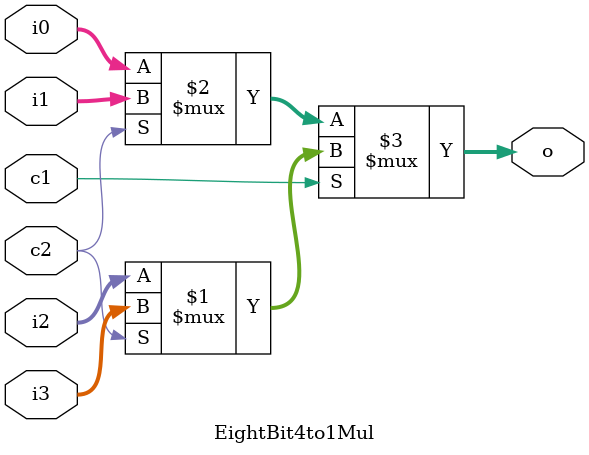
<source format=sv>
`timescale 1ns / 1ps


module EightBit4to1Mul(input logic [7:0] i0, i1, i2, i3,
                       input logic  c1,c2,
                       output logic [7:0] o);
                         
assign o = c1 ? (c2 ? i3 : i2)
              : (c2 ? i1 : i0);
                
endmodule

</source>
